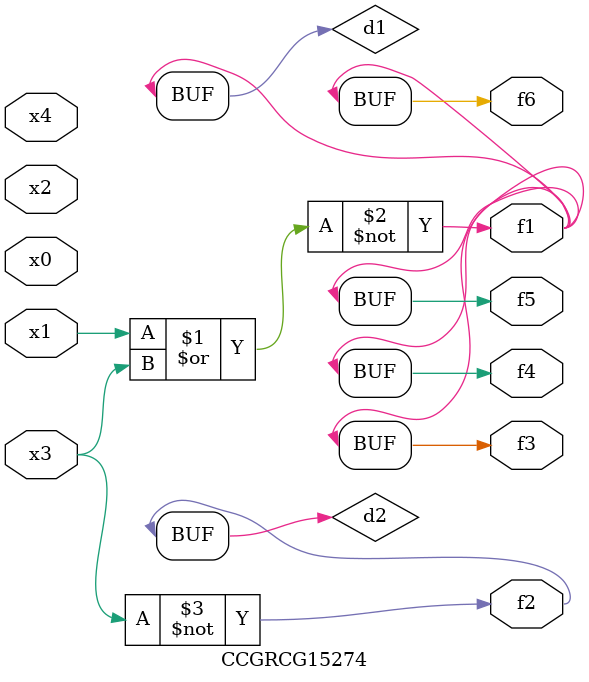
<source format=v>
module CCGRCG15274(
	input x0, x1, x2, x3, x4,
	output f1, f2, f3, f4, f5, f6
);

	wire d1, d2;

	nor (d1, x1, x3);
	not (d2, x3);
	assign f1 = d1;
	assign f2 = d2;
	assign f3 = d1;
	assign f4 = d1;
	assign f5 = d1;
	assign f6 = d1;
endmodule

</source>
